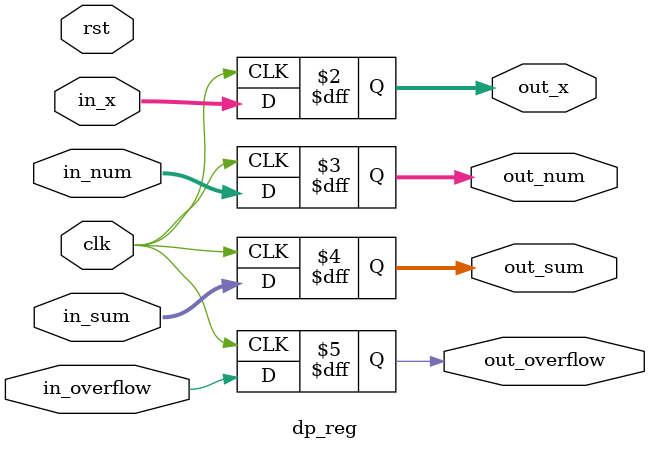
<source format=v>
module dp_reg (
    input         clk,
    input         rst,
    input  [31:0] in_x,
    input  [31:0] in_num,
    input  [31:0] in_sum,
    input         in_overflow,
    output reg [31:0] out_x,
    output reg [31:0] out_num,
    output reg [31:0] out_sum,
    output reg        out_overflow
);
    always @(posedge clk) begin
        out_x <= in_x;
        out_num <= in_num;
        out_sum <= in_sum;
        out_overflow <= in_overflow;
    end
endmodule
</source>
